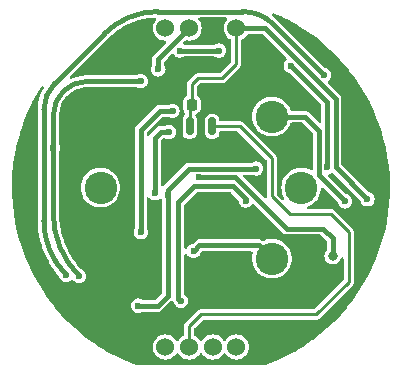
<source format=gbr>
%TF.GenerationSoftware,KiCad,Pcbnew,8.0.4*%
%TF.CreationDate,2024-09-03T19:15:54+05:30*%
%TF.ProjectId,OGS_B4_ISB1,4f47535f-4234-45f4-9953-42312e6b6963,rev?*%
%TF.SameCoordinates,Original*%
%TF.FileFunction,Copper,L2,Bot*%
%TF.FilePolarity,Positive*%
%FSLAX46Y46*%
G04 Gerber Fmt 4.6, Leading zero omitted, Abs format (unit mm)*
G04 Created by KiCad (PCBNEW 8.0.4) date 2024-09-03 19:15:54*
%MOMM*%
%LPD*%
G01*
G04 APERTURE LIST*
G04 Aperture macros list*
%AMRoundRect*
0 Rectangle with rounded corners*
0 $1 Rounding radius*
0 $2 $3 $4 $5 $6 $7 $8 $9 X,Y pos of 4 corners*
0 Add a 4 corners polygon primitive as box body*
4,1,4,$2,$3,$4,$5,$6,$7,$8,$9,$2,$3,0*
0 Add four circle primitives for the rounded corners*
1,1,$1+$1,$2,$3*
1,1,$1+$1,$4,$5*
1,1,$1+$1,$6,$7*
1,1,$1+$1,$8,$9*
0 Add four rect primitives between the rounded corners*
20,1,$1+$1,$2,$3,$4,$5,0*
20,1,$1+$1,$4,$5,$6,$7,0*
20,1,$1+$1,$6,$7,$8,$9,0*
20,1,$1+$1,$8,$9,$2,$3,0*%
G04 Aperture macros list end*
%TA.AperFunction,ComponentPad*%
%ADD10C,1.524000*%
%TD*%
%TA.AperFunction,SMDPad,CuDef*%
%ADD11RoundRect,0.225000X0.225000X0.250000X-0.225000X0.250000X-0.225000X-0.250000X0.225000X-0.250000X0*%
%TD*%
%TA.AperFunction,ComponentPad*%
%ADD12C,2.750000*%
%TD*%
%TA.AperFunction,SMDPad,CuDef*%
%ADD13RoundRect,0.150000X-0.150000X0.587500X-0.150000X-0.587500X0.150000X-0.587500X0.150000X0.587500X0*%
%TD*%
%TA.AperFunction,ViaPad*%
%ADD14C,0.600000*%
%TD*%
%TA.AperFunction,ViaPad*%
%ADD15C,0.800000*%
%TD*%
%TA.AperFunction,Conductor*%
%ADD16C,0.400000*%
%TD*%
%TA.AperFunction,Conductor*%
%ADD17C,0.250000*%
%TD*%
G04 APERTURE END LIST*
D10*
%TO.P,U5,7,+5V*%
%TO.N,VCC*%
X3000000Y13500000D03*
%TO.P,U5,8,GND*%
%TO.N,GNDA*%
X1000000Y13500000D03*
%TO.P,U5,9,W*%
%TO.N,O{slash}P1*%
X-1000000Y13500000D03*
%TO.P,U5,10,A*%
%TO.N,O{slash}P2*%
X-3000000Y13500000D03*
%TO.P,U5,11,3V3*%
%TO.N,+3V3*%
X3000000Y-13500000D03*
%TO.P,U5,12,GND*%
%TO.N,GND*%
X1000000Y-13500000D03*
%TO.P,U5,13,SCL*%
%TO.N,TEMP*%
X-1000000Y-13500000D03*
%TO.P,U5,14,SDA*%
%TO.N,unconnected-(U5-SDA-Pad14)*%
X-3000000Y-13500000D03*
%TD*%
D11*
%TO.P,C10,1*%
%TO.N,GNDA*%
X775000Y7000000D03*
%TO.P,C10,2*%
%TO.N,VCC*%
X-775000Y7000000D03*
%TD*%
D12*
%TO.P,SN1,1,AE*%
%TO.N,Net-(SN1-AE)*%
X-8500000Y0D03*
%TO.P,SN1,2,RE*%
%TO.N,Net-(SN1-RE)*%
X6010408Y6010408D03*
%TO.P,SN1,3,WE*%
%TO.N,Net-(SN1-WE)*%
X8500000Y0D03*
%TO.P,SN1,4,CE*%
%TO.N,Net-(SN1-CE)*%
X6010408Y-6010408D03*
%TD*%
D13*
%TO.P,U6,1,V_{DD}*%
%TO.N,VCC*%
X-950000Y5187500D03*
%TO.P,U6,2,V_{OUT}*%
%TO.N,TEMP*%
X950000Y5187500D03*
%TO.P,U6,3,GND*%
%TO.N,GNDA*%
X0Y3312500D03*
%TD*%
D14*
%TO.N,Net-(SN1-CE)*%
X-625000Y-5400000D03*
%TO.N,Net-(C1-Pad2)*%
X-5100000Y-3800000D03*
X-2400000Y6500000D03*
%TO.N,Net-(SN1-RE)*%
X12200000Y-1174500D03*
%TO.N,Net-(C4-Pad1)*%
X-1800000Y11600000D03*
X1524500Y11600000D03*
%TO.N,Net-(U4B--)*%
X-10300000Y-7500000D03*
X-12500000Y3360000D03*
X-5100000Y9000000D03*
%TO.N,Net-(C7-Pad2)*%
X10700000Y1700000D03*
X7600000Y10300000D03*
%TO.N,GNDA*%
X4400000Y8200000D03*
X6600000Y-8300000D03*
D15*
X-15000000Y-500000D03*
D14*
X6100000Y10100000D03*
X-1100000Y-7500000D03*
X4800000Y-3800000D03*
X-1850000Y9300000D03*
X3700000Y9800000D03*
D15*
X5750000Y-13750000D03*
D14*
X-900000Y-1800000D03*
X10300000Y-7000000D03*
X5500000Y-3800000D03*
X2000000Y-3900000D03*
D15*
X-15000000Y2000000D03*
D14*
X-7300000Y11000000D03*
D15*
X-11200000Y7400000D03*
X-14750000Y3500000D03*
D14*
X7700000Y4800000D03*
X-7300000Y11700000D03*
X-4900000Y12600000D03*
X-4200000Y12600000D03*
X-900000Y-3200000D03*
X8900000Y-7400000D03*
X-11440000Y1270000D03*
X3700000Y8800000D03*
X-900000Y-2500000D03*
D15*
X5750000Y-12000000D03*
X-11250000Y3750000D03*
D14*
X9600000Y-7000000D03*
D15*
X-11200000Y6400000D03*
D14*
X14000000Y6300000D03*
D15*
X6250000Y-9500000D03*
X5500000Y-8750000D03*
D14*
X8200000Y-7400000D03*
%TO.N,VPOT1*%
X-11400000Y-7400000D03*
X10432122Y9532122D03*
%TO.N,Net-(R19B0-Pad2)*%
X-3900000Y-500000D03*
X-2700000Y4700000D03*
%TO.N,VCC*%
X14100000Y-1000000D03*
D15*
%TO.N,+6V*%
X11160000Y-5790000D03*
D14*
X-200000Y900000D03*
%TO.N,O{slash}P1*%
X-3600000Y10000000D03*
%TO.N,VMID*%
X4683131Y1607845D03*
X-5300000Y-10000000D03*
X-2811376Y-668563D03*
%TO.N,VCE*%
X-1700000Y-9600000D03*
X3800000Y-1099500D03*
%TD*%
D16*
%TO.N,Net-(SN1-CE)*%
X4900000Y-4900000D02*
X6010408Y-6010408D01*
X-125000Y-4900000D02*
X4900000Y-4900000D01*
X-625000Y-5400000D02*
X-125000Y-4900000D01*
%TO.N,Net-(C1-Pad2)*%
X-5100000Y4900000D02*
X-5100000Y-3800000D01*
X-3500000Y6500000D02*
X-5100000Y4900000D01*
X-5100000Y-3700000D02*
X-5100000Y-3800000D01*
X-5200000Y-3800000D02*
X-5100000Y-3700000D01*
X-5100000Y-3800000D02*
X-5200000Y-3800000D01*
X-2400000Y6500000D02*
X-3500000Y6500000D01*
%TO.N,Net-(SN1-RE)*%
X10000000Y1025500D02*
X12200000Y-1174500D01*
X6010408Y6010408D02*
X8789592Y6010408D01*
X10000000Y4800000D02*
X10000000Y1025500D01*
X8789592Y6010408D02*
X10000000Y4800000D01*
%TO.N,Net-(C4-Pad1)*%
X-1800000Y11600000D02*
X1524500Y11600000D01*
%TO.N,Net-(U4B--)*%
X-9600000Y9000000D02*
X-5100000Y9000000D01*
X-12500000Y-2188731D02*
X-12500000Y6100000D01*
X-10300000Y-7500000D02*
G75*
G02*
X-12500012Y-2188731I5311300J5311300D01*
G01*
X-12500000Y6100000D02*
G75*
G02*
X-9600000Y9000000I2900000J0D01*
G01*
%TO.N,Net-(C7-Pad2)*%
X10700000Y7200000D02*
X7600000Y10300000D01*
X10700000Y1700000D02*
X10700000Y7200000D01*
%TO.N,VPOT1*%
X10432122Y9532122D02*
X6170331Y13793912D01*
X-12334315Y8865686D02*
X-8900000Y12300000D01*
X-12380760Y8819240D02*
X-12334315Y8865686D01*
X-13300000Y-2812995D02*
X-13300000Y6600000D01*
X3500001Y14900000D02*
X-3627208Y14900000D01*
X-8900000Y12300000D02*
X-8189950Y13010050D01*
X-11400000Y-7400000D02*
G75*
G02*
X-13299998Y-2812995I4587000J4587000D01*
G01*
X-13300000Y6600000D02*
G75*
G02*
X-12380765Y8819245I3138500J0D01*
G01*
X6170331Y13793912D02*
G75*
G03*
X3500001Y14900005I-2670331J-2670312D01*
G01*
X-8189950Y13010050D02*
G75*
G02*
X-3627208Y14900003I4562750J-4562750D01*
G01*
%TO.N,Net-(R19B0-Pad2)*%
X-3400000Y4700000D02*
X-2700000Y4700000D01*
X-3900000Y4200000D02*
X-3400000Y4700000D01*
X-3900000Y-500000D02*
X-3900000Y4200000D01*
D17*
%TO.N,VCC*%
X-775000Y7000000D02*
X-775000Y8725000D01*
X-950000Y5187500D02*
X-950000Y6825000D01*
D16*
X5400000Y13500000D02*
X3000000Y13500000D01*
X11400000Y1700000D02*
X11400000Y7500000D01*
D17*
X1750000Y9250000D02*
X3000000Y10500000D01*
X-950000Y6825000D02*
X-775000Y7000000D01*
D16*
X11400000Y7500000D02*
X5400000Y13500000D01*
D17*
X-775000Y8725000D02*
X-250000Y9250000D01*
X3000000Y10500000D02*
X3000000Y13500000D01*
X-250000Y9250000D02*
X1750000Y9250000D01*
D16*
X14100000Y-1000000D02*
X11400000Y1700000D01*
%TO.N,+6V*%
X11160000Y-5790000D02*
X11160000Y-4280000D01*
X10350000Y-3470000D02*
X7260000Y-3470000D01*
X11160000Y-4280000D02*
X10350000Y-3470000D01*
X7260000Y-3470000D02*
X2890000Y900000D01*
X2890000Y900000D02*
X-200000Y900000D01*
%TO.N,O{slash}P1*%
X-3600000Y10900000D02*
X-1000000Y13500000D01*
X-3600000Y10000000D02*
X-3600000Y10900000D01*
D17*
%TO.N,TEMP*%
X11000000Y-2250000D02*
X12500000Y-3750000D01*
X7500000Y-2250000D02*
X11000000Y-2250000D01*
X3312500Y5187500D02*
X6000000Y2500000D01*
X12500000Y-3750000D02*
X12500000Y-8000000D01*
X12500000Y-8000000D02*
X9750000Y-10750000D01*
X9750000Y-10750000D02*
X0Y-10750000D01*
X0Y-10750000D02*
X-1000000Y-11750000D01*
X-1000000Y-11750000D02*
X-1000000Y-13500000D01*
X6000000Y-750000D02*
X7500000Y-2250000D01*
X950000Y5187500D02*
X3312500Y5187500D01*
X6000000Y2500000D02*
X6000000Y-750000D01*
D16*
%TO.N,VMID*%
X-1000000Y1600000D02*
X-2800000Y-200000D01*
X-2800000Y-657187D02*
X-2811376Y-668563D01*
X4675286Y1600000D02*
X-1000000Y1600000D01*
X4683131Y1607845D02*
X4675286Y1600000D01*
X-2800000Y-9150000D02*
X-3650000Y-10000000D01*
X-3650000Y-10000000D02*
X-5300000Y-10000000D01*
X-2800000Y-200000D02*
X-2800000Y-657187D01*
X-2811376Y-668563D02*
X-2800000Y-679939D01*
X-2800000Y-679939D02*
X-2800000Y-9150000D01*
%TO.N,VCE*%
X-1700000Y-9600000D02*
X-1900000Y-9400000D01*
X-1900000Y-1200000D02*
X-600000Y100000D01*
X-600000Y100000D02*
X2700000Y100000D01*
X3800000Y-1000000D02*
X3800000Y-1099500D01*
X2700000Y100000D02*
X3800000Y-1000000D01*
X-1900000Y-9400000D02*
X-1900000Y-1200000D01*
%TD*%
%TA.AperFunction,Conductor*%
%TO.N,GNDA*%
G36*
X6199382Y14751225D02*
G01*
X6205298Y14749061D01*
X6247767Y14732270D01*
X6249092Y14731735D01*
X6251531Y14730736D01*
X6253931Y14729752D01*
X6256730Y14728564D01*
X6261643Y14726405D01*
X6262960Y14725815D01*
X6979065Y14400240D01*
X6980447Y14399601D01*
X6985222Y14397357D01*
X6988004Y14396007D01*
X6992626Y14393693D01*
X6993940Y14393025D01*
X7450746Y14156996D01*
X7692900Y14031877D01*
X7694270Y14031158D01*
X7698840Y14028724D01*
X7701587Y14027216D01*
X7706114Y14024656D01*
X7707437Y14023898D01*
X8218227Y13726595D01*
X8387316Y13628177D01*
X8388656Y13627385D01*
X8393127Y13624707D01*
X8395756Y13623088D01*
X8400192Y13620277D01*
X8401432Y13619480D01*
X9060626Y13190123D01*
X9061926Y13189264D01*
X9066227Y13186385D01*
X9068756Y13184647D01*
X9073107Y13181574D01*
X9074306Y13180715D01*
X9711121Y12718821D01*
X9712365Y12717907D01*
X9716494Y12714833D01*
X9718987Y12712928D01*
X9723063Y12709730D01*
X9724271Y12708770D01*
X10337085Y12215520D01*
X10338290Y12214537D01*
X10342302Y12211224D01*
X10344677Y12209213D01*
X10348597Y12205807D01*
X10349766Y12204778D01*
X10937034Y11681419D01*
X10938190Y11680375D01*
X10942037Y11676859D01*
X10944308Y11674731D01*
X10948038Y11671146D01*
X10949153Y11670061D01*
X11509440Y11117872D01*
X11510557Y11116757D01*
X11514203Y11113071D01*
X11516337Y11110859D01*
X11519912Y11107061D01*
X11520983Y11105909D01*
X11779574Y10824108D01*
X12052841Y10526315D01*
X12053845Y10525207D01*
X12057347Y10521294D01*
X12059402Y10518938D01*
X12062738Y10515015D01*
X12063730Y10513834D01*
X12565897Y9908205D01*
X12566821Y9907076D01*
X12570136Y9902976D01*
X12572046Y9900551D01*
X12575243Y9896384D01*
X12576168Y9895162D01*
X12871285Y9500500D01*
X13009778Y9315291D01*
X13047194Y9265255D01*
X13048125Y9263993D01*
X13051228Y9259732D01*
X13053007Y9257225D01*
X13055999Y9252894D01*
X13056847Y9251648D01*
X13495722Y8598822D01*
X13496590Y8597514D01*
X13499439Y8593158D01*
X13501098Y8590551D01*
X13503831Y8586136D01*
X13504646Y8584800D01*
X13910196Y7910795D01*
X13910982Y7909470D01*
X13913624Y7904953D01*
X13915139Y7902288D01*
X13917687Y7897668D01*
X13918420Y7896317D01*
X14289617Y7202849D01*
X14290346Y7201468D01*
X14292782Y7196776D01*
X14294171Y7194017D01*
X14296440Y7189367D01*
X14297121Y7187948D01*
X14626770Y6490024D01*
X14633080Y6476666D01*
X14633729Y6475270D01*
X14635894Y6470535D01*
X14637170Y6467647D01*
X14639228Y6462825D01*
X14639819Y6461416D01*
X14939635Y5734242D01*
X14940222Y5732792D01*
X14942164Y5727908D01*
X14943277Y5725004D01*
X14945063Y5720162D01*
X14945591Y5718703D01*
X15208565Y4977324D01*
X15209077Y4975852D01*
X15210761Y4970908D01*
X15211726Y4967953D01*
X15213270Y4963018D01*
X15213726Y4961529D01*
X15439179Y4207850D01*
X15439616Y4206353D01*
X15441038Y4201372D01*
X15441849Y4198391D01*
X15443162Y4193316D01*
X15443547Y4191788D01*
X15630870Y3427845D01*
X15631232Y3426330D01*
X15632413Y3421238D01*
X15633079Y3418190D01*
X15634128Y3413087D01*
X15634430Y3411569D01*
X15783181Y2639203D01*
X15783466Y2637676D01*
X15784399Y2632482D01*
X15784912Y2629401D01*
X15785689Y2624347D01*
X15785915Y2622816D01*
X15895750Y1843756D01*
X15895959Y1842204D01*
X15896609Y1837131D01*
X15896964Y1834053D01*
X15897495Y1828888D01*
X15897645Y1827334D01*
X15968240Y1043817D01*
X15968370Y1042268D01*
X15968770Y1037105D01*
X15968971Y1034006D01*
X15969240Y1028865D01*
X15969312Y1027302D01*
X16000504Y241158D01*
X16000555Y239602D01*
X16000693Y234511D01*
X16000739Y231410D01*
X16000750Y226153D01*
X16000743Y224586D01*
X15992447Y-561997D01*
X15992422Y-563523D01*
X15992304Y-568685D01*
X15992191Y-571836D01*
X15991938Y-577072D01*
X15991854Y-578615D01*
X15944104Y-1363724D01*
X15944000Y-1365279D01*
X15943615Y-1370521D01*
X15943349Y-1373610D01*
X15942842Y-1378750D01*
X15942679Y-1380307D01*
X15855581Y-2162125D01*
X15855397Y-2163680D01*
X15854751Y-2168881D01*
X15854336Y-2171910D01*
X15853699Y-2176174D01*
X15853566Y-2177063D01*
X15853326Y-2178595D01*
X15727114Y-2955005D01*
X15726855Y-2956541D01*
X15725946Y-2961721D01*
X15725373Y-2964761D01*
X15724361Y-2969788D01*
X15724041Y-2971329D01*
X15558999Y-3740561D01*
X15558662Y-3742083D01*
X15557526Y-3747071D01*
X15556799Y-3750091D01*
X15555512Y-3755153D01*
X15555118Y-3756662D01*
X15351710Y-4516548D01*
X15351298Y-4518050D01*
X15349887Y-4523068D01*
X15349012Y-4526036D01*
X15347484Y-4530992D01*
X15347011Y-4532492D01*
X15105722Y-5281229D01*
X15105235Y-5282708D01*
X15103579Y-5287634D01*
X15102546Y-5290582D01*
X15100786Y-5295411D01*
X15100249Y-5296858D01*
X14821685Y-6032569D01*
X14821118Y-6034037D01*
X14819218Y-6038869D01*
X14818052Y-6041731D01*
X14816020Y-6046543D01*
X14815403Y-6047977D01*
X14500288Y-6768742D01*
X14499649Y-6770179D01*
X14497521Y-6774883D01*
X14496208Y-6777693D01*
X14493953Y-6782363D01*
X14493270Y-6783755D01*
X14142368Y-7487834D01*
X14141658Y-7489235D01*
X14139283Y-7493853D01*
X14137831Y-7496592D01*
X14135331Y-7501168D01*
X14134577Y-7502527D01*
X13748809Y-8188070D01*
X13748034Y-8189427D01*
X13745448Y-8193890D01*
X13743853Y-8196566D01*
X13741142Y-8200985D01*
X13740325Y-8202299D01*
X13320586Y-8867708D01*
X13319751Y-8869013D01*
X13316946Y-8873339D01*
X13315212Y-8875940D01*
X13312307Y-8880182D01*
X13311424Y-8881455D01*
X12858850Y-9524924D01*
X12857955Y-9526180D01*
X12854915Y-9530390D01*
X12853043Y-9532914D01*
X12849897Y-9537046D01*
X12848956Y-9538266D01*
X12364713Y-10158152D01*
X12363749Y-10159370D01*
X12360457Y-10163477D01*
X12358476Y-10165886D01*
X12355177Y-10169796D01*
X12354169Y-10170976D01*
X11839388Y-10765830D01*
X11838351Y-10767012D01*
X11834869Y-10770934D01*
X11832797Y-10773210D01*
X11829290Y-10776968D01*
X11828209Y-10778113D01*
X11284215Y-11346396D01*
X11283122Y-11347523D01*
X11279503Y-11351209D01*
X11277295Y-11353403D01*
X11273532Y-11357048D01*
X11272417Y-11358114D01*
X10700631Y-11898349D01*
X10699503Y-11899402D01*
X10695705Y-11902902D01*
X10693371Y-11904998D01*
X10689474Y-11908411D01*
X10688306Y-11909422D01*
X10090080Y-12420326D01*
X10088906Y-12421316D01*
X10084934Y-12424624D01*
X10082500Y-12426599D01*
X10078435Y-12429814D01*
X10077210Y-12430771D01*
X9454145Y-12910977D01*
X9452910Y-12911916D01*
X9448734Y-12915052D01*
X9446217Y-12916894D01*
X9442021Y-12919883D01*
X9440749Y-12920776D01*
X8794329Y-13369142D01*
X8793042Y-13370024D01*
X8788754Y-13372919D01*
X8786151Y-13374629D01*
X8781786Y-13377419D01*
X8780474Y-13378245D01*
X8112375Y-13793605D01*
X8111042Y-13794422D01*
X8106639Y-13797083D01*
X8103973Y-13798650D01*
X8099390Y-13801266D01*
X8098023Y-13802035D01*
X7700433Y-14022361D01*
X7409964Y-14183325D01*
X7408733Y-14183997D01*
X7404055Y-14186513D01*
X7401327Y-14187936D01*
X7396652Y-14190301D01*
X7395262Y-14190993D01*
X6688952Y-14537267D01*
X6687575Y-14537931D01*
X6682878Y-14540162D01*
X6680051Y-14541461D01*
X6675231Y-14543602D01*
X6673823Y-14544217D01*
X5950146Y-14854991D01*
X5948890Y-14855522D01*
X5944628Y-14857297D01*
X5942110Y-14858314D01*
X5937954Y-14859939D01*
X5936676Y-14860431D01*
X5624312Y-14978604D01*
X5613660Y-14982092D01*
X5577696Y-14992094D01*
X5555670Y-14996121D01*
X5529149Y-14998525D01*
X5518503Y-14999491D01*
X5507308Y-14999998D01*
X-5507308Y-14999998D01*
X-5518505Y-14999491D01*
X-5524645Y-14998934D01*
X-5555670Y-14996121D01*
X-5577697Y-14992094D01*
X-5613661Y-14982092D01*
X-5624313Y-14978604D01*
X-5936677Y-14860431D01*
X-5937881Y-14859967D01*
X-5942127Y-14858307D01*
X-5944629Y-14857297D01*
X-5948891Y-14855522D01*
X-5950147Y-14854991D01*
X-6673824Y-14544217D01*
X-6675232Y-14543602D01*
X-6680052Y-14541461D01*
X-6682850Y-14540176D01*
X-6687635Y-14537903D01*
X-6688953Y-14537267D01*
X-7395263Y-14190993D01*
X-7396653Y-14190301D01*
X-7401328Y-14187936D01*
X-7404024Y-14186530D01*
X-7408800Y-14183961D01*
X-7409897Y-14183362D01*
X-8098042Y-13802025D01*
X-8099391Y-13801266D01*
X-8103974Y-13798650D01*
X-8106640Y-13797083D01*
X-8111043Y-13794422D01*
X-8112376Y-13793605D01*
X-8780475Y-13378245D01*
X-8781787Y-13377419D01*
X-8784115Y-13375931D01*
X-8786172Y-13374616D01*
X-8788720Y-13372942D01*
X-8793138Y-13369959D01*
X-8794330Y-13369142D01*
X-9440750Y-12920776D01*
X-9442022Y-12919883D01*
X-9446241Y-12916877D01*
X-9448735Y-12915052D01*
X-9452911Y-12911916D01*
X-9454146Y-12910977D01*
X-10054397Y-12448354D01*
X-10077228Y-12430757D01*
X-10078436Y-12429814D01*
X-10082501Y-12426599D01*
X-10084885Y-12424664D01*
X-10088907Y-12421316D01*
X-10090081Y-12420326D01*
X-10688307Y-11909422D01*
X-10689475Y-11908411D01*
X-10693372Y-11904998D01*
X-10695686Y-11902920D01*
X-10699518Y-11899389D01*
X-10700632Y-11898349D01*
X-11272418Y-11358114D01*
X-11273533Y-11357048D01*
X-11277296Y-11353403D01*
X-11279504Y-11351209D01*
X-11283123Y-11347523D01*
X-11284168Y-11346446D01*
X-11828210Y-10778113D01*
X-11829291Y-10776968D01*
X-11832798Y-10773210D01*
X-11834870Y-10770934D01*
X-11838352Y-10767012D01*
X-11839389Y-10765830D01*
X-12341996Y-10185044D01*
X-12354178Y-10170967D01*
X-12355132Y-10169850D01*
X-12358491Y-10165869D01*
X-12360458Y-10163477D01*
X-12363750Y-10159370D01*
X-12364714Y-10158152D01*
X-12466375Y-10028014D01*
X-12848981Y-9538235D01*
X-12849898Y-9537046D01*
X-12853069Y-9532881D01*
X-12854887Y-9530429D01*
X-12857956Y-9526180D01*
X-12858851Y-9524924D01*
X-13107274Y-9171716D01*
X-13311455Y-8881413D01*
X-13312264Y-8880245D01*
X-13315254Y-8875878D01*
X-13316898Y-8873413D01*
X-13319833Y-8868886D01*
X-13320539Y-8867784D01*
X-13740326Y-8202299D01*
X-13741143Y-8200985D01*
X-13743854Y-8196566D01*
X-13745449Y-8193890D01*
X-13748076Y-8189355D01*
X-13748774Y-8188134D01*
X-14134602Y-7502483D01*
X-14135332Y-7501168D01*
X-14137850Y-7496559D01*
X-14139284Y-7493853D01*
X-14141659Y-7489235D01*
X-14142333Y-7487906D01*
X-14493271Y-6783755D01*
X-14493954Y-6782363D01*
X-14496227Y-6777656D01*
X-14497522Y-6774883D01*
X-14499690Y-6770089D01*
X-14500289Y-6768742D01*
X-14815404Y-6047977D01*
X-14816021Y-6046543D01*
X-14818053Y-6041731D01*
X-14819219Y-6038869D01*
X-14821119Y-6034037D01*
X-14821656Y-6032647D01*
X-15093041Y-5315898D01*
X-15100250Y-5296858D01*
X-15100787Y-5295411D01*
X-15102547Y-5290582D01*
X-15103580Y-5287634D01*
X-15105272Y-5282599D01*
X-15105690Y-5281331D01*
X-15347049Y-4532377D01*
X-15347442Y-4531128D01*
X-15349029Y-4525985D01*
X-15349872Y-4523122D01*
X-15351310Y-4518010D01*
X-15351711Y-4516548D01*
X-15369258Y-4450995D01*
X-15555139Y-3756587D01*
X-15555486Y-3755259D01*
X-15556807Y-3750063D01*
X-15557527Y-3747071D01*
X-15558663Y-3742083D01*
X-15559000Y-3740561D01*
X-15560386Y-3734102D01*
X-15724068Y-2971207D01*
X-15724329Y-2969951D01*
X-15725380Y-2964730D01*
X-15725947Y-2961721D01*
X-15726870Y-2956461D01*
X-15727115Y-2955005D01*
X-15727959Y-2949815D01*
X-15853328Y-2178593D01*
X-15853548Y-2177185D01*
X-15854349Y-2171832D01*
X-15854752Y-2168881D01*
X-15855398Y-2163680D01*
X-15855567Y-2162252D01*
X-15942694Y-1380174D01*
X-15942833Y-1378852D01*
X-15943351Y-1373605D01*
X-15943616Y-1370521D01*
X-15944001Y-1365279D01*
X-15944097Y-1363849D01*
X-15991858Y-578564D01*
X-15991939Y-577072D01*
X-15992192Y-571836D01*
X-15992302Y-568784D01*
X-15992425Y-563424D01*
X-15992448Y-561997D01*
X-15994367Y-380038D01*
X-16000745Y224684D01*
X-16000751Y226063D01*
X-16000740Y231471D01*
X-16000695Y234445D01*
X-16000552Y239744D01*
X-16000509Y241046D01*
X-15969308Y1027427D01*
X-15969251Y1028669D01*
X-15968968Y1034077D01*
X-15968776Y1037032D01*
X-15968356Y1042458D01*
X-15968252Y1043695D01*
X-15897640Y1827401D01*
X-15897506Y1828786D01*
X-15896960Y1834098D01*
X-15896623Y1837024D01*
X-15895932Y1842414D01*
X-15895751Y1843756D01*
X-15785893Y2622974D01*
X-15785723Y2624125D01*
X-15784897Y2629501D01*
X-15784414Y2632402D01*
X-15783447Y2637784D01*
X-15783204Y2639087D01*
X-15634412Y3411668D01*
X-15634129Y3413087D01*
X-15633080Y3418190D01*
X-15632426Y3421188D01*
X-15631191Y3426507D01*
X-15630910Y3427683D01*
X-15443517Y4191912D01*
X-15443163Y4193316D01*
X-15441850Y4198391D01*
X-15441039Y4201372D01*
X-15439617Y4206353D01*
X-15439208Y4207758D01*
X-15213705Y4961604D01*
X-15213271Y4963018D01*
X-15211727Y4967953D01*
X-15210762Y4970908D01*
X-15209078Y4975852D01*
X-15208566Y4977324D01*
X-15177849Y5063920D01*
X-14945576Y5718748D01*
X-14945064Y5720162D01*
X-14943278Y5725004D01*
X-14942165Y5727908D01*
X-14940223Y5732792D01*
X-14939687Y5734117D01*
X-14639807Y6461450D01*
X-14639229Y6462825D01*
X-14638616Y6464264D01*
X-14637150Y6467695D01*
X-14635930Y6470458D01*
X-14633664Y6475413D01*
X-14633156Y6476507D01*
X-14297066Y7188067D01*
X-14296517Y7189210D01*
X-14294155Y7194053D01*
X-14292783Y7196776D01*
X-14290347Y7201468D01*
X-14289618Y7202849D01*
X-13918378Y7896398D01*
X-13917776Y7897508D01*
X-13915107Y7902347D01*
X-13913657Y7904898D01*
X-13910983Y7909470D01*
X-13910197Y7910795D01*
X-13533282Y8537210D01*
X-13481853Y8584502D01*
X-13413018Y8596483D01*
X-13348633Y8569348D01*
X-13309140Y8511710D01*
X-13307077Y8441871D01*
X-13317676Y8414825D01*
X-13455085Y8157749D01*
X-13455095Y8157728D01*
X-13591912Y7827420D01*
X-13695705Y7485257D01*
X-13695708Y7485246D01*
X-13765456Y7134593D01*
X-13783550Y6950874D01*
X-13798129Y6802840D01*
X-13800500Y6778769D01*
X-13800500Y-2887130D01*
X-13800497Y-2887175D01*
X-13800497Y-3062556D01*
X-13764891Y-3560401D01*
X-13693859Y-4054445D01*
X-13587767Y-4542144D01*
X-13587764Y-4542154D01*
X-13492209Y-4867583D01*
X-13447146Y-5021053D01*
X-13417287Y-5101109D01*
X-13272720Y-5488709D01*
X-13272718Y-5488712D01*
X-13065388Y-5942704D01*
X-13065384Y-5942711D01*
X-12891678Y-6260829D01*
X-12826179Y-6380782D01*
X-12668988Y-6625375D01*
X-12556336Y-6800666D01*
X-12556332Y-6800671D01*
X-12257227Y-7200231D01*
X-12015998Y-7478624D01*
X-11986973Y-7542180D01*
X-11986772Y-7543638D01*
X-11985044Y-7556762D01*
X-11924536Y-7702841D01*
X-11828282Y-7828282D01*
X-11702841Y-7924536D01*
X-11556762Y-7985044D01*
X-11478381Y-7995363D01*
X-11400001Y-8005682D01*
X-11400000Y-8005682D01*
X-11399999Y-8005682D01*
X-11347746Y-7998802D01*
X-11243238Y-7985044D01*
X-11097159Y-7924536D01*
X-10971718Y-7828282D01*
X-10971716Y-7828279D01*
X-10965271Y-7823334D01*
X-10963049Y-7826230D01*
X-10916721Y-7800600D01*
X-10847003Y-7805200D01*
X-10791319Y-7846132D01*
X-10728285Y-7928279D01*
X-10728284Y-7928280D01*
X-10728282Y-7928282D01*
X-10602841Y-8024536D01*
X-10456762Y-8085044D01*
X-10378381Y-8095363D01*
X-10300001Y-8105682D01*
X-10300000Y-8105682D01*
X-10299999Y-8105682D01*
X-10247746Y-8098802D01*
X-10143238Y-8085044D01*
X-9997159Y-8024536D01*
X-9871718Y-7928282D01*
X-9775464Y-7802841D01*
X-9714956Y-7656762D01*
X-9694318Y-7500000D01*
X-9694767Y-7496592D01*
X-9714956Y-7343239D01*
X-9714956Y-7343238D01*
X-9775464Y-7197159D01*
X-9871718Y-7071718D01*
X-9997159Y-6975464D01*
X-9997161Y-6975463D01*
X-10147698Y-6913108D01*
X-10191000Y-6883043D01*
X-10284105Y-6783041D01*
X-10289901Y-6776351D01*
X-10598359Y-6393579D01*
X-10603664Y-6386493D01*
X-10843037Y-6041731D01*
X-10884038Y-5982680D01*
X-10888822Y-5975236D01*
X-10976014Y-5828282D01*
X-11139682Y-5552435D01*
X-11143921Y-5544671D01*
X-11158687Y-5515172D01*
X-11363981Y-5105049D01*
X-11367642Y-5097032D01*
X-11555787Y-4642813D01*
X-11558873Y-4634537D01*
X-11585243Y-4555309D01*
X-11714122Y-4168092D01*
X-11716616Y-4159599D01*
X-11731103Y-4102839D01*
X-11838198Y-3683252D01*
X-11840071Y-3674645D01*
X-11927367Y-3190804D01*
X-11928624Y-3182051D01*
X-11940725Y-3069500D01*
X-11981174Y-2693278D01*
X-11981805Y-2684453D01*
X-11982114Y-2675816D01*
X-11999421Y-2191275D01*
X-11999500Y-2186849D01*
X-11999500Y5D01*
X-10180198Y5D01*
X-10180198Y-4D01*
X-10161433Y-250419D01*
X-10105555Y-495235D01*
X-10105552Y-495247D01*
X-10105550Y-495252D01*
X-10013806Y-729011D01*
X-10013807Y-729011D01*
X-9946030Y-846402D01*
X-9888245Y-946489D01*
X-9763805Y-1102531D01*
X-9731669Y-1142829D01*
X-9609416Y-1256262D01*
X-9547586Y-1313632D01*
X-9340099Y-1455094D01*
X-9340094Y-1455096D01*
X-9340093Y-1455097D01*
X-9340092Y-1455098D01*
X-9293903Y-1477341D01*
X-9113849Y-1564050D01*
X-9113848Y-1564050D01*
X-9113845Y-1564052D01*
X-8873879Y-1638072D01*
X-8625561Y-1675500D01*
X-8625560Y-1675500D01*
X-8374440Y-1675500D01*
X-8374439Y-1675500D01*
X-8126121Y-1638072D01*
X-7886155Y-1564052D01*
X-7659901Y-1455094D01*
X-7452414Y-1313632D01*
X-7302467Y-1174501D01*
X-7268332Y-1142829D01*
X-7268332Y-1142827D01*
X-7268328Y-1142825D01*
X-7111755Y-946489D01*
X-6986194Y-729011D01*
X-6894448Y-495247D01*
X-6838568Y-250421D01*
X-6824540Y-63231D01*
X-6819802Y-4D01*
X-6819802Y5D01*
X-6837768Y239744D01*
X-6838568Y250421D01*
X-6894448Y495247D01*
X-6986194Y729011D01*
X-6986195Y729012D01*
X-6986194Y729012D01*
X-7084915Y900000D01*
X-7111755Y946489D01*
X-7268328Y1142825D01*
X-7268329Y1142826D01*
X-7268332Y1142830D01*
X-7452414Y1313632D01*
X-7500501Y1346417D01*
X-7659901Y1455094D01*
X-7659905Y1455096D01*
X-7659908Y1455098D01*
X-7659909Y1455099D01*
X-7886153Y1564051D01*
X-7886151Y1564051D01*
X-8126113Y1638070D01*
X-8126117Y1638071D01*
X-8126121Y1638072D01*
X-8245568Y1656076D01*
X-8374434Y1675500D01*
X-8374439Y1675500D01*
X-8625561Y1675500D01*
X-8625567Y1675500D01*
X-8780208Y1652191D01*
X-8873879Y1638072D01*
X-8873882Y1638071D01*
X-8873888Y1638070D01*
X-9113849Y1564051D01*
X-9340092Y1455099D01*
X-9340093Y1455098D01*
X-9547587Y1313632D01*
X-9731669Y1142830D01*
X-9888245Y946489D01*
X-10013806Y729012D01*
X-10105550Y495253D01*
X-10105555Y495236D01*
X-10161433Y250420D01*
X-10180198Y5D01*
X-11999500Y5D01*
X-11999500Y2983743D01*
X-11979815Y3050782D01*
X-11976076Y3056100D01*
X-11975468Y3057155D01*
X-11975464Y3057159D01*
X-11914956Y3203238D01*
X-11894318Y3360000D01*
X-11902374Y3421188D01*
X-11914956Y3516761D01*
X-11914956Y3516762D01*
X-11975464Y3662841D01*
X-11975466Y3662844D01*
X-11979528Y3669881D01*
X-11977787Y3670887D01*
X-11999070Y3725943D01*
X-11999500Y3736258D01*
X-11999500Y6096250D01*
X-11999274Y6103737D01*
X-11998100Y6123149D01*
X-11982458Y6381745D01*
X-11980653Y6396606D01*
X-11967634Y6467647D01*
X-11931126Y6666871D01*
X-11927546Y6681392D01*
X-11845801Y6943719D01*
X-11840499Y6957702D01*
X-11727727Y7208272D01*
X-11720776Y7221517D01*
X-11578622Y7456667D01*
X-11570135Y7468963D01*
X-11400669Y7685271D01*
X-11390754Y7696462D01*
X-11196462Y7890754D01*
X-11185271Y7900669D01*
X-10968963Y8070135D01*
X-10956667Y8078622D01*
X-10721517Y8220776D01*
X-10708272Y8227727D01*
X-10457702Y8340499D01*
X-10443719Y8345801D01*
X-10181392Y8427546D01*
X-10166871Y8431126D01*
X-9896605Y8480654D01*
X-9881745Y8482458D01*
X-9603736Y8499274D01*
X-9596249Y8499500D01*
X-9534108Y8499500D01*
X-5476257Y8499500D01*
X-5409218Y8479815D01*
X-5403901Y8476076D01*
X-5402843Y8475466D01*
X-5402841Y8475464D01*
X-5402840Y8475464D01*
X-5402837Y8475462D01*
X-5329802Y8445210D01*
X-5256762Y8414956D01*
X-5178381Y8404637D01*
X-5100001Y8394318D01*
X-5100000Y8394318D01*
X-5099999Y8394318D01*
X-5047746Y8401198D01*
X-4943238Y8414956D01*
X-4797159Y8475464D01*
X-4671718Y8571718D01*
X-4575464Y8697159D01*
X-4514956Y8843238D01*
X-4496127Y8986260D01*
X-4494318Y8999999D01*
X-4494318Y9000002D01*
X-4514956Y9156761D01*
X-4514956Y9156762D01*
X-4575464Y9302841D01*
X-4671718Y9428282D01*
X-4797159Y9524536D01*
X-4815471Y9532121D01*
X-4943238Y9585044D01*
X-4943240Y9585045D01*
X-5099999Y9605682D01*
X-5100001Y9605682D01*
X-5256761Y9585045D01*
X-5256766Y9585043D01*
X-5402837Y9524539D01*
X-5409876Y9520474D01*
X-5410883Y9522217D01*
X-5465932Y9500931D01*
X-5476257Y9500500D01*
X-9534108Y9500500D01*
X-9600000Y9500500D01*
X-9778213Y9500500D01*
X-9955449Y9481872D01*
X-10132689Y9463244D01*
X-10132690Y9463243D01*
X-10481318Y9389141D01*
X-10481319Y9389140D01*
X-10820296Y9279000D01*
X-10917301Y9235811D01*
X-10986552Y9226527D01*
X-11049828Y9256156D01*
X-11087041Y9315291D01*
X-11086375Y9385158D01*
X-11055419Y9436770D01*
X-8602896Y11889292D01*
X-8602891Y11889296D01*
X-8592688Y11899500D01*
X-8592686Y11899500D01*
X-7837622Y12654565D01*
X-7834488Y12657590D01*
X-7528287Y12942675D01*
X-7521638Y12948436D01*
X-7197661Y13209512D01*
X-7190581Y13214811D01*
X-6848820Y13452101D01*
X-6841423Y13456855D01*
X-6483574Y13669176D01*
X-6475850Y13673393D01*
X-6198734Y13812108D01*
X-6103794Y13859631D01*
X-6095743Y13863308D01*
X-5711360Y14022526D01*
X-5703088Y14025610D01*
X-5308325Y14157001D01*
X-5299861Y14159486D01*
X-4896709Y14262384D01*
X-4888113Y14264255D01*
X-4478629Y14338134D01*
X-4469919Y14339387D01*
X-4056209Y14383866D01*
X-4047420Y14384494D01*
X-3911154Y14389361D01*
X-3843456Y14372082D01*
X-3795845Y14320945D01*
X-3783439Y14252185D01*
X-3810177Y14187634D01*
X-3810875Y14186776D01*
X-3887708Y14093154D01*
X-3887711Y14093150D01*
X-3922148Y14028724D01*
X-3986371Y13908572D01*
X-4047128Y13708285D01*
X-4067641Y13500000D01*
X-4047128Y13291716D01*
X-4047127Y13291714D01*
X-3986372Y13091431D01*
X-3906850Y12942656D01*
X-3887709Y12906847D01*
X-3754937Y12745064D01*
X-3593154Y12612292D01*
X-3593150Y12612289D01*
X-3408569Y12513628D01*
X-3208286Y12452873D01*
X-3056503Y12437924D01*
X-2991716Y12411763D01*
X-2951357Y12354729D01*
X-2948240Y12284929D01*
X-2980976Y12226840D01*
X-3924755Y11283060D01*
X-3924756Y11283060D01*
X-3924755Y11283059D01*
X-4000500Y11207314D01*
X-4066392Y11093188D01*
X-4100500Y10965892D01*
X-4100500Y10376258D01*
X-4120185Y10309219D01*
X-4123927Y10303897D01*
X-4124535Y10302844D01*
X-4185044Y10156763D01*
X-4185045Y10156761D01*
X-4205682Y10000002D01*
X-4205682Y9999999D01*
X-4185045Y9843240D01*
X-4185044Y9843238D01*
X-4130609Y9711819D01*
X-4124536Y9697159D01*
X-4028282Y9571718D01*
X-3902841Y9475464D01*
X-3756762Y9414956D01*
X-3678381Y9404637D01*
X-3600001Y9394318D01*
X-3600000Y9394318D01*
X-3599999Y9394318D01*
X-3547746Y9401198D01*
X-3443238Y9414956D01*
X-3297159Y9475464D01*
X-3171718Y9571718D01*
X-3075464Y9697159D01*
X-3014956Y9843238D01*
X-2994318Y10000000D01*
X-3014956Y10156762D01*
X-3075464Y10302841D01*
X-3075466Y10302844D01*
X-3079528Y10309881D01*
X-3077787Y10310887D01*
X-3099070Y10365943D01*
X-3099500Y10376258D01*
X-3099500Y10641325D01*
X-3079815Y10708364D01*
X-3063181Y10729006D01*
X-2797869Y10994318D01*
X-2498539Y11293649D01*
X-2437218Y11327132D01*
X-2367527Y11322148D01*
X-2312485Y11281454D01*
X-2228282Y11171718D01*
X-2102841Y11075464D01*
X-1956762Y11014956D01*
X-1878381Y11004637D01*
X-1800001Y10994318D01*
X-1800000Y10994318D01*
X-1799999Y10994318D01*
X-1747746Y11001198D01*
X-1643238Y11014956D01*
X-1497159Y11075464D01*
X-1497155Y11075468D01*
X-1490124Y11079526D01*
X-1489118Y11077784D01*
X-1434068Y11099069D01*
X-1423743Y11099500D01*
X1148243Y11099500D01*
X1215282Y11079815D01*
X1220599Y11076076D01*
X1221657Y11075466D01*
X1221659Y11075464D01*
X1221660Y11075464D01*
X1221663Y11075462D01*
X1294698Y11045210D01*
X1367738Y11014956D01*
X1446119Y11004637D01*
X1524499Y10994318D01*
X1524500Y10994318D01*
X1524501Y10994318D01*
X1576754Y11001198D01*
X1681262Y11014956D01*
X1827341Y11075464D01*
X1952782Y11171718D01*
X2049036Y11297159D01*
X2109544Y11443238D01*
X2130182Y11600000D01*
X2119600Y11680375D01*
X2109544Y11756761D01*
X2109544Y11756762D01*
X2049036Y11902841D01*
X1952782Y12028282D01*
X1827341Y12124536D01*
X1681262Y12185044D01*
X1681260Y12185045D01*
X1524501Y12205682D01*
X1524499Y12205682D01*
X1367739Y12185045D01*
X1367734Y12185043D01*
X1221663Y12124539D01*
X1214624Y12120474D01*
X1213617Y12122217D01*
X1158568Y12100931D01*
X1148243Y12100500D01*
X-1392325Y12100500D01*
X-1459364Y12120185D01*
X-1505119Y12172989D01*
X-1515063Y12242147D01*
X-1486038Y12305703D01*
X-1480021Y12312167D01*
X-1361370Y12430818D01*
X-1300051Y12464300D01*
X-1237699Y12461796D01*
X-1208286Y12452873D01*
X-1000000Y12432359D01*
X-791714Y12452873D01*
X-591431Y12513628D01*
X-406850Y12612289D01*
X-245064Y12745064D01*
X-112289Y12906850D01*
X-13628Y13091431D01*
X47127Y13291714D01*
X67641Y13500000D01*
X47127Y13708286D01*
X-13628Y13908569D01*
X-112289Y14093150D01*
X-112292Y14093154D01*
X-197381Y14196835D01*
X-224694Y14261145D01*
X-212903Y14330012D01*
X-165751Y14381573D01*
X-101528Y14399500D01*
X2101528Y14399500D01*
X2168567Y14379815D01*
X2214322Y14327011D01*
X2224266Y14257853D01*
X2197381Y14196835D01*
X2112291Y14093154D01*
X2013629Y13908572D01*
X1952872Y13708285D01*
X1932359Y13500000D01*
X1952872Y13291716D01*
X1952873Y13291714D01*
X2013628Y13091431D01*
X2093150Y12942656D01*
X2112291Y12906847D01*
X2245063Y12745064D01*
X2406848Y12612290D01*
X2406851Y12612288D01*
X2444927Y12591937D01*
X2508953Y12557714D01*
X2558797Y12508753D01*
X2574500Y12448356D01*
X2574500Y10727610D01*
X2554815Y10660571D01*
X2538181Y10639929D01*
X1610071Y9711819D01*
X1548748Y9678334D01*
X1522390Y9675500D01*
X-306018Y9675500D01*
X-414237Y9646503D01*
X-414240Y9646502D01*
X-511260Y9590487D01*
X-511266Y9590483D01*
X-1115483Y8986266D01*
X-1115487Y8986260D01*
X-1171502Y8889240D01*
X-1171503Y8889237D01*
X-1200500Y8781018D01*
X-1200500Y7818341D01*
X-1220185Y7751302D01*
X-1254399Y7719045D01*
X-1253218Y7717488D01*
X-1375079Y7625079D01*
X-1462364Y7509977D01*
X-1515360Y7375589D01*
X-1520935Y7329159D01*
X-1525500Y7291144D01*
X-1525500Y6708856D01*
X-1520175Y6664506D01*
X-1515360Y6624412D01*
X-1462364Y6490024D01*
X-1400697Y6408706D01*
X-1375873Y6343395D01*
X-1375500Y6333780D01*
X-1375500Y6194177D01*
X-1395185Y6127138D01*
X-1416383Y6104523D01*
X-1415580Y6103720D01*
X-1422149Y6097152D01*
X-1502793Y5987883D01*
X-1502794Y5987881D01*
X-1547647Y5859702D01*
X-1547647Y5859700D01*
X-1550500Y5829270D01*
X-1550500Y4545731D01*
X-1547647Y4515301D01*
X-1547647Y4515299D01*
X-1503874Y4390206D01*
X-1502793Y4387118D01*
X-1422150Y4277850D01*
X-1312882Y4197207D01*
X-1297395Y4191788D01*
X-1184701Y4152354D01*
X-1154270Y4149500D01*
X-1154266Y4149500D01*
X-745730Y4149500D01*
X-715301Y4152354D01*
X-715299Y4152354D01*
X-636822Y4179815D01*
X-587118Y4197207D01*
X-477850Y4277850D01*
X-397207Y4387118D01*
X-374431Y4452207D01*
X-352354Y4515299D01*
X-352354Y4515301D01*
X-349500Y4545731D01*
X-349500Y5829270D01*
X-352354Y5859700D01*
X-352354Y5859702D01*
X-393076Y5976076D01*
X-397207Y5987882D01*
X-448603Y6057521D01*
X-472572Y6123149D01*
X-457256Y6191319D01*
X-407516Y6240387D01*
X-394334Y6246502D01*
X-290025Y6287636D01*
X-174922Y6374922D01*
X-87636Y6490025D01*
X-34641Y6624410D01*
X-24500Y6708856D01*
X-24500Y7291144D01*
X-34641Y7375590D01*
X-87636Y7509975D01*
X-87637Y7509976D01*
X-87637Y7509977D01*
X-174922Y7625079D01*
X-296782Y7717488D01*
X-295274Y7719478D01*
X-335070Y7760285D01*
X-349500Y7818341D01*
X-349500Y8497390D01*
X-329815Y8564429D01*
X-313181Y8585071D01*
X-110071Y8788181D01*
X-48748Y8821666D01*
X-22390Y8824500D01*
X1806016Y8824500D01*
X1806018Y8824500D01*
X1914237Y8853497D01*
X2011263Y8909515D01*
X3340485Y10238737D01*
X3396503Y10335763D01*
X3425500Y10443982D01*
X3425500Y10556018D01*
X3425500Y12448356D01*
X3445185Y12515395D01*
X3491045Y12557714D01*
X3593150Y12612289D01*
X3754936Y12745064D01*
X3887711Y12906850D01*
X3902199Y12933956D01*
X3951161Y12983798D01*
X4011556Y12999500D01*
X5141324Y12999500D01*
X5208363Y12979815D01*
X5229005Y12963181D01*
X7237063Y10955123D01*
X7270548Y10893800D01*
X7265564Y10824108D01*
X7224869Y10769067D01*
X7171720Y10728285D01*
X7075463Y10602840D01*
X7014956Y10456763D01*
X7014955Y10456761D01*
X6994318Y10300002D01*
X6994318Y10299999D01*
X7014955Y10143240D01*
X7014956Y10143238D01*
X7074287Y9999999D01*
X7075464Y9997159D01*
X7171718Y9871718D01*
X7297159Y9775464D01*
X7443238Y9714956D01*
X7443243Y9714956D01*
X7451094Y9712851D01*
X7450572Y9710907D01*
X7504544Y9687033D01*
X7512148Y9680038D01*
X10163181Y7029005D01*
X10196666Y6967682D01*
X10199500Y6941324D01*
X10199500Y5607676D01*
X10179815Y5540637D01*
X10127011Y5494882D01*
X10057853Y5484938D01*
X9994297Y5513963D01*
X9987819Y5519995D01*
X9096908Y6410906D01*
X9096906Y6410908D01*
X9009365Y6461450D01*
X8982779Y6476800D01*
X8896197Y6499999D01*
X8855484Y6510908D01*
X8855483Y6510908D01*
X7698439Y6510908D01*
X7631400Y6530593D01*
X7585645Y6583397D01*
X7583011Y6589606D01*
X7524214Y6739419D01*
X7398653Y6956897D01*
X7242080Y7153233D01*
X7242079Y7153234D01*
X7242076Y7153238D01*
X7057994Y7324040D01*
X6982385Y7375589D01*
X6850507Y7465502D01*
X6850503Y7465504D01*
X6850500Y7465506D01*
X6850499Y7465507D01*
X6624255Y7574459D01*
X6624257Y7574459D01*
X6384295Y7648478D01*
X6384291Y7648479D01*
X6384287Y7648480D01*
X6264840Y7666484D01*
X6135974Y7685908D01*
X6135969Y7685908D01*
X5884847Y7685908D01*
X5884841Y7685908D01*
X5730200Y7662599D01*
X5636529Y7648480D01*
X5636526Y7648479D01*
X5636520Y7648478D01*
X5396559Y7574459D01*
X5170316Y7465507D01*
X5170315Y7465506D01*
X4962821Y7324040D01*
X4778739Y7153238D01*
X4622163Y6956897D01*
X4496602Y6739420D01*
X4404858Y6505661D01*
X4404853Y6505644D01*
X4348975Y6260828D01*
X4330210Y6010413D01*
X4330210Y6010404D01*
X4348975Y5759989D01*
X4404853Y5515173D01*
X4404856Y5515161D01*
X4486038Y5308314D01*
X4496602Y5281397D01*
X4496601Y5281397D01*
X4563000Y5166392D01*
X4622163Y5063919D01*
X4748625Y4905341D01*
X4778739Y4867579D01*
X4928087Y4729005D01*
X4962822Y4696776D01*
X5170309Y4555314D01*
X5170314Y4555312D01*
X5170315Y4555311D01*
X5170316Y4555310D01*
X5253397Y4515301D01*
X5396559Y4446358D01*
X5396560Y4446358D01*
X5396563Y4446356D01*
X5636529Y4372336D01*
X5884847Y4334908D01*
X5884848Y4334908D01*
X6135968Y4334908D01*
X6135969Y4334908D01*
X6384287Y4372336D01*
X6624253Y4446356D01*
X6803037Y4532455D01*
X6850499Y4555310D01*
X6850499Y4555311D01*
X6850507Y4555314D01*
X7057994Y4696776D01*
X7242080Y4867583D01*
X7398653Y5063919D01*
X7524214Y5281397D01*
X7583011Y5431211D01*
X7625827Y5486424D01*
X7691696Y5509725D01*
X7698439Y5509908D01*
X8530916Y5509908D01*
X8597955Y5490223D01*
X8618597Y5473589D01*
X9463181Y4629005D01*
X9496666Y4567682D01*
X9499500Y4541324D01*
X9499500Y1575676D01*
X9479815Y1508637D01*
X9427011Y1462882D01*
X9357853Y1452938D01*
X9321699Y1463956D01*
X9113847Y1564051D01*
X9113849Y1564051D01*
X8873887Y1638070D01*
X8873883Y1638071D01*
X8873879Y1638072D01*
X8754432Y1656076D01*
X8625566Y1675500D01*
X8625561Y1675500D01*
X8374439Y1675500D01*
X8374433Y1675500D01*
X8219792Y1652191D01*
X8126121Y1638072D01*
X8126118Y1638071D01*
X8126112Y1638070D01*
X7886151Y1564051D01*
X7659908Y1455099D01*
X7659907Y1455098D01*
X7452413Y1313632D01*
X7268331Y1142830D01*
X7111755Y946489D01*
X6986194Y729012D01*
X6894450Y495253D01*
X6894445Y495236D01*
X6838567Y250420D01*
X6819802Y5D01*
X6819802Y-4D01*
X6838567Y-250419D01*
X6894445Y-495235D01*
X6894448Y-495247D01*
X6894450Y-495252D01*
X6986194Y-729011D01*
X6986193Y-729011D01*
X7053970Y-846402D01*
X7068552Y-871660D01*
X7069093Y-872596D01*
X7085566Y-940496D01*
X7062714Y-1006523D01*
X7007792Y-1049714D01*
X6938239Y-1056355D01*
X6876136Y-1024339D01*
X6874025Y-1022277D01*
X6461819Y-610071D01*
X6428334Y-548748D01*
X6425500Y-522390D01*
X6425500Y2556016D01*
X6425500Y2556018D01*
X6396503Y2664237D01*
X6340485Y2761263D01*
X6261263Y2840485D01*
X3573763Y5527985D01*
X3476737Y5584003D01*
X3368518Y5613000D01*
X3368517Y5613000D01*
X1674500Y5613000D01*
X1607461Y5632685D01*
X1561706Y5685489D01*
X1550500Y5737000D01*
X1550500Y5829270D01*
X1547646Y5859700D01*
X1547646Y5859702D01*
X1506924Y5976076D01*
X1502793Y5987882D01*
X1422150Y6097150D01*
X1312882Y6177793D01*
X1312880Y6177794D01*
X1184700Y6222647D01*
X1154270Y6225500D01*
X1154266Y6225500D01*
X745734Y6225500D01*
X745730Y6225500D01*
X715300Y6222647D01*
X715298Y6222647D01*
X587119Y6177794D01*
X587117Y6177793D01*
X477850Y6097150D01*
X397207Y5987883D01*
X397206Y5987881D01*
X352353Y5859702D01*
X352353Y5859700D01*
X349500Y5829270D01*
X349500Y4545731D01*
X352353Y4515301D01*
X352353Y4515299D01*
X396126Y4390206D01*
X397207Y4387118D01*
X477850Y4277850D01*
X587118Y4197207D01*
X602605Y4191788D01*
X715299Y4152354D01*
X745730Y4149500D01*
X745734Y4149500D01*
X1154270Y4149500D01*
X1184699Y4152354D01*
X1184701Y4152354D01*
X1263178Y4179815D01*
X1312882Y4197207D01*
X1422150Y4277850D01*
X1502793Y4387118D01*
X1525569Y4452207D01*
X1547646Y4515299D01*
X1547646Y4515301D01*
X1550500Y4545731D01*
X1550500Y4638000D01*
X1570185Y4705039D01*
X1622989Y4750794D01*
X1674500Y4762000D01*
X3084890Y4762000D01*
X3151929Y4742315D01*
X3172571Y4725681D01*
X5538181Y2360071D01*
X5571666Y2298748D01*
X5574500Y2272390D01*
X5574500Y-777324D01*
X5554815Y-844363D01*
X5502011Y-890118D01*
X5432853Y-900062D01*
X5369297Y-871037D01*
X5362819Y-865005D01*
X3609995Y887819D01*
X3576510Y949142D01*
X3581494Y1018834D01*
X3623366Y1074767D01*
X3688830Y1099184D01*
X3697676Y1099500D01*
X4319021Y1099500D01*
X4372288Y1085228D01*
X4372782Y1086419D01*
X4380289Y1083310D01*
X4380290Y1083309D01*
X4526369Y1022801D01*
X4556502Y1018834D01*
X4683130Y1002163D01*
X4683131Y1002163D01*
X4683132Y1002163D01*
X4735385Y1009043D01*
X4839893Y1022801D01*
X4985972Y1083309D01*
X5111413Y1179563D01*
X5207667Y1305004D01*
X5268175Y1451083D01*
X5288813Y1607845D01*
X5268175Y1764607D01*
X5207667Y1910686D01*
X5111413Y2036127D01*
X4985972Y2132381D01*
X4839893Y2192889D01*
X4839891Y2192890D01*
X4683132Y2213527D01*
X4683130Y2213527D01*
X4526370Y2192890D01*
X4526365Y2192888D01*
X4380294Y2132384D01*
X4380285Y2132379D01*
X4372133Y2126123D01*
X4306964Y2100930D01*
X4296649Y2100500D01*
X-1065893Y2100500D01*
X-1162927Y2074500D01*
X-1162928Y2074501D01*
X-1193182Y2066394D01*
X-1193189Y2066391D01*
X-1307311Y2000502D01*
X-1307317Y2000498D01*
X-3187819Y119995D01*
X-3249142Y86510D01*
X-3318834Y91494D01*
X-3374767Y133366D01*
X-3399184Y198830D01*
X-3399500Y207676D01*
X-3399500Y3941324D01*
X-3379815Y4008363D01*
X-3363181Y4029005D01*
X-3229005Y4163181D01*
X-3167682Y4196666D01*
X-3141324Y4199500D01*
X-3076257Y4199500D01*
X-3009218Y4179815D01*
X-3003901Y4176076D01*
X-3002843Y4175466D01*
X-3002841Y4175464D01*
X-3002840Y4175464D01*
X-3002837Y4175462D01*
X-2929802Y4145210D01*
X-2856762Y4114956D01*
X-2778381Y4104637D01*
X-2700001Y4094318D01*
X-2700000Y4094318D01*
X-2699999Y4094318D01*
X-2647746Y4101198D01*
X-2543238Y4114956D01*
X-2397159Y4175464D01*
X-2271718Y4271718D01*
X-2175464Y4397159D01*
X-2114956Y4543238D01*
X-2094318Y4700000D01*
X-2098137Y4729005D01*
X-2114956Y4856761D01*
X-2114956Y4856762D01*
X-2175464Y5002841D01*
X-2271718Y5128282D01*
X-2397159Y5224536D01*
X-2543238Y5285044D01*
X-2543240Y5285045D01*
X-2699999Y5305682D01*
X-2700001Y5305682D01*
X-2856761Y5285045D01*
X-2856766Y5285043D01*
X-3002837Y5224539D01*
X-3009876Y5220474D01*
X-3010883Y5222217D01*
X-3065932Y5200931D01*
X-3076257Y5200500D01*
X-3465892Y5200500D01*
X-3593188Y5166392D01*
X-3707314Y5100500D01*
X-3707317Y5100498D01*
X-4300498Y4507317D01*
X-4300500Y4507314D01*
X-4368113Y4390206D01*
X-4418681Y4341991D01*
X-4487288Y4328769D01*
X-4552152Y4354737D01*
X-4592680Y4411651D01*
X-4599500Y4452207D01*
X-4599500Y4641324D01*
X-4579815Y4708363D01*
X-4563181Y4729005D01*
X-3329005Y5963181D01*
X-3267682Y5996666D01*
X-3241324Y5999500D01*
X-2776257Y5999500D01*
X-2709218Y5979815D01*
X-2703901Y5976076D01*
X-2702843Y5975466D01*
X-2702841Y5975464D01*
X-2702840Y5975464D01*
X-2702837Y5975462D01*
X-2629802Y5945210D01*
X-2556762Y5914956D01*
X-2478381Y5904637D01*
X-2400001Y5894318D01*
X-2400000Y5894318D01*
X-2399999Y5894318D01*
X-2347746Y5901198D01*
X-2243238Y5914956D01*
X-2097159Y5975464D01*
X-1971718Y6071718D01*
X-1875464Y6197159D01*
X-1814956Y6343238D01*
X-1794318Y6500000D01*
X-1798346Y6530593D01*
X-1814956Y6656761D01*
X-1814956Y6656762D01*
X-1875464Y6802841D01*
X-1971718Y6928282D01*
X-2097159Y7024536D01*
X-2243238Y7085044D01*
X-2243240Y7085045D01*
X-2399999Y7105682D01*
X-2400001Y7105682D01*
X-2556761Y7085045D01*
X-2556766Y7085043D01*
X-2702837Y7024539D01*
X-2709876Y7020474D01*
X-2710883Y7022217D01*
X-2765932Y7000931D01*
X-2776257Y7000500D01*
X-3565892Y7000500D01*
X-3693188Y6966392D01*
X-3807314Y6900500D01*
X-3807317Y6900498D01*
X-5500498Y5207317D01*
X-5500500Y5207314D01*
X-5566392Y5093188D01*
X-5600500Y4965892D01*
X-5600500Y-3423742D01*
X-5620185Y-3490781D01*
X-5623927Y-3496103D01*
X-5624535Y-3497156D01*
X-5685044Y-3643238D01*
X-5692574Y-3700424D01*
X-5695736Y-3716322D01*
X-5700500Y-3734102D01*
X-5700500Y-3752512D01*
X-5701561Y-3768697D01*
X-5705682Y-3799998D01*
X-5705682Y-3800000D01*
X-5701561Y-3831301D01*
X-5700500Y-3847487D01*
X-5700500Y-3865897D01*
X-5695738Y-3883668D01*
X-5692574Y-3899573D01*
X-5690643Y-3914235D01*
X-5685044Y-3956762D01*
X-5644585Y-4054439D01*
X-5631176Y-4086812D01*
X-5624536Y-4102841D01*
X-5528282Y-4228282D01*
X-5402841Y-4324536D01*
X-5256762Y-4385044D01*
X-5178381Y-4395363D01*
X-5100001Y-4405682D01*
X-5100000Y-4405682D01*
X-5099999Y-4405682D01*
X-5047746Y-4398802D01*
X-4943238Y-4385044D01*
X-4797159Y-4324536D01*
X-4671718Y-4228282D01*
X-4575464Y-4102841D01*
X-4514956Y-3956762D01*
X-4494318Y-3800000D01*
X-4497305Y-3777314D01*
X-4511199Y-3671774D01*
X-4514956Y-3643238D01*
X-4575464Y-3497159D01*
X-4575466Y-3497156D01*
X-4579528Y-3490119D01*
X-4577787Y-3489113D01*
X-4599070Y-3434057D01*
X-4599500Y-3423742D01*
X-4599500Y-940115D01*
X-4579815Y-873076D01*
X-4527011Y-827321D01*
X-4457853Y-817377D01*
X-4394297Y-846402D01*
X-4377127Y-864625D01*
X-4328282Y-928282D01*
X-4202841Y-1024536D01*
X-4056762Y-1085044D01*
X-3978381Y-1095363D01*
X-3900001Y-1105682D01*
X-3900000Y-1105682D01*
X-3899999Y-1105682D01*
X-3847746Y-1098802D01*
X-3743238Y-1085044D01*
X-3597159Y-1024536D01*
X-3505442Y-954159D01*
X-3440275Y-928965D01*
X-3371830Y-943003D01*
X-3331590Y-977037D01*
X-3326133Y-984149D01*
X-3300931Y-1049313D01*
X-3300500Y-1059645D01*
X-3300500Y-8891324D01*
X-3320185Y-8958363D01*
X-3336819Y-8979005D01*
X-3820995Y-9463181D01*
X-3882318Y-9496666D01*
X-3908676Y-9499500D01*
X-4923743Y-9499500D01*
X-4990782Y-9479815D01*
X-4996100Y-9476075D01*
X-4997164Y-9475461D01*
X-5143235Y-9414957D01*
X-5143240Y-9414955D01*
X-5299999Y-9394318D01*
X-5300001Y-9394318D01*
X-5456761Y-9414955D01*
X-5456763Y-9414956D01*
X-5602840Y-9475463D01*
X-5728282Y-9571718D01*
X-5824537Y-9697160D01*
X-5885044Y-9843237D01*
X-5885045Y-9843239D01*
X-5905682Y-9999998D01*
X-5905682Y-10000001D01*
X-5885045Y-10156760D01*
X-5885044Y-10156762D01*
X-5830609Y-10288181D01*
X-5824536Y-10302841D01*
X-5728282Y-10428282D01*
X-5602841Y-10524536D01*
X-5456762Y-10585044D01*
X-5378381Y-10595363D01*
X-5300001Y-10605682D01*
X-5300000Y-10605682D01*
X-5299999Y-10605682D01*
X-5247746Y-10598802D01*
X-5143238Y-10585044D01*
X-4997159Y-10524536D01*
X-4997155Y-10524532D01*
X-4990124Y-10520474D01*
X-4989118Y-10522216D01*
X-4934068Y-10500931D01*
X-4923743Y-10500500D01*
X-3584110Y-10500500D01*
X-3584108Y-10500500D01*
X-3456814Y-10466392D01*
X-3342686Y-10400500D01*
X-2542510Y-9600323D01*
X-2481189Y-9566840D01*
X-2411498Y-9571824D01*
X-2355564Y-9613696D01*
X-2347444Y-9626006D01*
X-2301245Y-9706025D01*
X-2285694Y-9751830D01*
X-2285045Y-9756759D01*
X-2285045Y-9756761D01*
X-2285044Y-9756762D01*
X-2224536Y-9902841D01*
X-2128282Y-10028282D01*
X-2002841Y-10124536D01*
X-1856762Y-10185044D01*
X-1778381Y-10195363D01*
X-1700001Y-10205682D01*
X-1700000Y-10205682D01*
X-1699999Y-10205682D01*
X-1647746Y-10198802D01*
X-1543238Y-10185044D01*
X-1397159Y-10124536D01*
X-1271718Y-10028282D01*
X-1175464Y-9902841D01*
X-1114956Y-9756762D01*
X-1094318Y-9600000D01*
X-1098684Y-9566840D01*
X-1111974Y-9465892D01*
X-1114956Y-9443238D01*
X-1175464Y-9297159D01*
X-1271718Y-9171718D01*
X-1271720Y-9171717D01*
X-1271720Y-9171716D01*
X-1350986Y-9110894D01*
X-1392189Y-9054466D01*
X-1399500Y-9012518D01*
X-1399500Y-5722764D01*
X-1379815Y-5655725D01*
X-1327011Y-5609970D01*
X-1257853Y-5600026D01*
X-1194297Y-5629051D01*
X-1160939Y-5675312D01*
X-1149538Y-5702838D01*
X-1149537Y-5702839D01*
X-1149536Y-5702841D01*
X-1053282Y-5828282D01*
X-927841Y-5924536D01*
X-781762Y-5985044D01*
X-703381Y-5995363D01*
X-625001Y-6005682D01*
X-625000Y-6005682D01*
X-624999Y-6005682D01*
X-572746Y-5998802D01*
X-468238Y-5985044D01*
X-322159Y-5924536D01*
X-196718Y-5828282D01*
X-100464Y-5702841D01*
X-39956Y-5556762D01*
X-39956Y-5556754D01*
X-37851Y-5548906D01*
X-35907Y-5549427D01*
X-12033Y-5495456D01*
X-5037Y-5487851D01*
X45997Y-5436818D01*
X107320Y-5403334D01*
X133677Y-5400500D01*
X4275535Y-5400500D01*
X4342574Y-5420185D01*
X4388329Y-5472989D01*
X4398273Y-5542147D01*
X4396426Y-5552093D01*
X4348975Y-5759988D01*
X4330210Y-6010403D01*
X4330210Y-6010412D01*
X4348975Y-6260827D01*
X4377658Y-6386493D01*
X4404856Y-6505655D01*
X4404858Y-6505660D01*
X4496602Y-6739419D01*
X4496601Y-6739419D01*
X4576204Y-6877293D01*
X4622163Y-6956897D01*
X4636970Y-6975464D01*
X4778739Y-7153237D01*
X4952515Y-7314477D01*
X4962822Y-7324040D01*
X5170309Y-7465502D01*
X5170314Y-7465504D01*
X5170315Y-7465505D01*
X5170316Y-7465506D01*
X5247192Y-7502527D01*
X5396559Y-7574458D01*
X5396560Y-7574458D01*
X5396563Y-7574460D01*
X5636529Y-7648480D01*
X5884847Y-7685908D01*
X5884848Y-7685908D01*
X6135968Y-7685908D01*
X6135969Y-7685908D01*
X6384287Y-7648480D01*
X6624253Y-7574460D01*
X6850507Y-7465502D01*
X7057994Y-7324040D01*
X7242080Y-7153233D01*
X7398653Y-6956897D01*
X7524214Y-6739419D01*
X7615960Y-6505655D01*
X7671840Y-6260829D01*
X7678095Y-6177355D01*
X7690606Y-6010412D01*
X7690606Y-6010403D01*
X7671840Y-5759988D01*
X7663344Y-5722764D01*
X7615960Y-5515161D01*
X7524214Y-5281397D01*
X7524213Y-5281396D01*
X7524214Y-5281396D01*
X7438386Y-5132739D01*
X7398653Y-5063919D01*
X7242080Y-4867583D01*
X7242079Y-4867582D01*
X7242076Y-4867578D01*
X7057994Y-4696776D01*
X6978871Y-4642831D01*
X6850507Y-4555314D01*
X6850503Y-4555312D01*
X6850500Y-4555310D01*
X6850499Y-4555309D01*
X6624255Y-4446357D01*
X6624257Y-4446357D01*
X6384295Y-4372338D01*
X6384291Y-4372337D01*
X6384287Y-4372336D01*
X6264840Y-4354332D01*
X6135974Y-4334908D01*
X6135969Y-4334908D01*
X5884847Y-4334908D01*
X5884841Y-4334908D01*
X5730200Y-4358217D01*
X5636529Y-4372336D01*
X5636526Y-4372337D01*
X5636520Y-4372338D01*
X5396560Y-4446357D01*
X5396557Y-4446358D01*
X5302237Y-4491780D01*
X5233295Y-4503131D01*
X5186437Y-4487446D01*
X5115268Y-4446357D01*
X5093187Y-4433608D01*
X5029539Y-4416554D01*
X4965892Y-4399500D01*
X-59107Y-4399500D01*
X-190892Y-4399500D01*
X-318188Y-4433608D01*
X-432314Y-4499500D01*
X-712854Y-4780039D01*
X-774177Y-4813523D01*
X-780585Y-4814640D01*
X-781759Y-4814954D01*
X-927840Y-4875463D01*
X-1053282Y-4971718D01*
X-1149537Y-5097160D01*
X-1160939Y-5124688D01*
X-1204780Y-5179092D01*
X-1271075Y-5201156D01*
X-1338774Y-5183876D01*
X-1386384Y-5132739D01*
X-1399500Y-5077235D01*
X-1399500Y-1458676D01*
X-1379815Y-1391637D01*
X-1363181Y-1370995D01*
X-429005Y-436819D01*
X-367682Y-403334D01*
X-341324Y-400500D01*
X2441324Y-400500D01*
X2508363Y-420185D01*
X2529005Y-436819D01*
X3164953Y-1072767D01*
X3198438Y-1134090D01*
X3200211Y-1144263D01*
X3214955Y-1256260D01*
X3214956Y-1256262D01*
X3265734Y-1378852D01*
X3275464Y-1402341D01*
X3371718Y-1527782D01*
X3497159Y-1624036D01*
X3643238Y-1684544D01*
X3721619Y-1694863D01*
X3799999Y-1705182D01*
X3800000Y-1705182D01*
X3800001Y-1705182D01*
X3852254Y-1698302D01*
X3956762Y-1684544D01*
X4102841Y-1624036D01*
X4228282Y-1527782D01*
X4307924Y-1423989D01*
X4364352Y-1382787D01*
X4434098Y-1378632D01*
X4493981Y-1411795D01*
X6855159Y-3772972D01*
X6855169Y-3772983D01*
X6952687Y-3870501D01*
X6975494Y-3883668D01*
X7028441Y-3914237D01*
X7049242Y-3926247D01*
X7066814Y-3936392D01*
X7194107Y-3970500D01*
X7194108Y-3970500D01*
X10091324Y-3970500D01*
X10158363Y-3990185D01*
X10179005Y-4006819D01*
X10623181Y-4450995D01*
X10656666Y-4512318D01*
X10659500Y-4538676D01*
X10659500Y-5243796D01*
X10639815Y-5310835D01*
X10636015Y-5315854D01*
X10636078Y-5315898D01*
X10535182Y-5462068D01*
X10474860Y-5621125D01*
X10474859Y-5621130D01*
X10454355Y-5790000D01*
X10474859Y-5958869D01*
X10474860Y-5958874D01*
X10535182Y-6117931D01*
X10597475Y-6208177D01*
X10631817Y-6257929D01*
X10737505Y-6351560D01*
X10759150Y-6370736D01*
X10909773Y-6449789D01*
X10909775Y-6449790D01*
X11074944Y-6490500D01*
X11245056Y-6490500D01*
X11410225Y-6449790D01*
X11517325Y-6393579D01*
X11560849Y-6370736D01*
X11560850Y-6370734D01*
X11560852Y-6370734D01*
X11688183Y-6257929D01*
X11784818Y-6117930D01*
X11834558Y-5986773D01*
X11876736Y-5931072D01*
X11942333Y-5907014D01*
X12010523Y-5922241D01*
X12059657Y-5971916D01*
X12074500Y-6030745D01*
X12074500Y-7772390D01*
X12054815Y-7839429D01*
X12038181Y-7860071D01*
X9610071Y-10288181D01*
X9548748Y-10321666D01*
X9522390Y-10324500D01*
X-56018Y-10324500D01*
X-164237Y-10353497D01*
X-164240Y-10353498D01*
X-261260Y-10409513D01*
X-261266Y-10409517D01*
X-1340483Y-11488734D01*
X-1340487Y-11488740D01*
X-1396502Y-11585760D01*
X-1396503Y-11585763D01*
X-1425500Y-11693982D01*
X-1425500Y-12448354D01*
X-1445185Y-12515393D01*
X-1491045Y-12557711D01*
X-1593152Y-12612289D01*
X-1754937Y-12745063D01*
X-1887709Y-12906846D01*
X-1890643Y-12912336D01*
X-1939607Y-12962179D01*
X-2007745Y-12977638D01*
X-2073424Y-12953805D01*
X-2109357Y-12912336D01*
X-2112289Y-12906850D01*
X-2112292Y-12906846D01*
X-2245064Y-12745063D01*
X-2406847Y-12612291D01*
X-2406849Y-12612290D01*
X-2406850Y-12612289D01*
X-2591431Y-12513628D01*
X-2691573Y-12483250D01*
X-2791716Y-12452872D01*
X-3000000Y-12432359D01*
X-3208285Y-12452872D01*
X-3408572Y-12513629D01*
X-3593154Y-12612291D01*
X-3754937Y-12745063D01*
X-3887709Y-12906846D01*
X-3986371Y-13091428D01*
X-4047128Y-13291715D01*
X-4067641Y-13500000D01*
X-4047128Y-13708284D01*
X-4018922Y-13801266D01*
X-3986372Y-13908569D01*
X-3890642Y-14087667D01*
X-3887709Y-14093153D01*
X-3754937Y-14254936D01*
X-3593154Y-14387708D01*
X-3593150Y-14387711D01*
X-3408569Y-14486372D01*
X-3208286Y-14547127D01*
X-3000000Y-14567641D01*
X-2791714Y-14547127D01*
X-2591431Y-14486372D01*
X-2406850Y-14387711D01*
X-2245064Y-14254936D01*
X-2112289Y-14093150D01*
X-2109358Y-14087665D01*
X-2060397Y-14037822D01*
X-1992260Y-14022361D01*
X-1926580Y-14046192D01*
X-1890643Y-14087664D01*
X-1887711Y-14093150D01*
X-1887709Y-14093153D01*
X-1754937Y-14254936D01*
X-1593154Y-14387708D01*
X-1593150Y-14387711D01*
X-1408569Y-14486372D01*
X-1208286Y-14547127D01*
X-1000000Y-14567641D01*
X-791714Y-14547127D01*
X-591431Y-14486372D01*
X-406850Y-14387711D01*
X-245064Y-14254936D01*
X-112289Y-14093150D01*
X-109358Y-14087665D01*
X-60397Y-14037822D01*
X7740Y-14022361D01*
X73420Y-14046192D01*
X109357Y-14087664D01*
X112289Y-14093150D01*
X112291Y-14093153D01*
X245063Y-14254936D01*
X406846Y-14387708D01*
X406850Y-14387711D01*
X591431Y-14486372D01*
X791714Y-14547127D01*
X1000000Y-14567641D01*
X1208286Y-14547127D01*
X1408569Y-14486372D01*
X1593150Y-14387711D01*
X1754936Y-14254936D01*
X1887711Y-14093150D01*
X1890642Y-14087665D01*
X1939603Y-14037822D01*
X2007740Y-14022361D01*
X2073420Y-14046192D01*
X2109357Y-14087664D01*
X2112289Y-14093150D01*
X2112291Y-14093153D01*
X2245063Y-14254936D01*
X2406846Y-14387708D01*
X2406850Y-14387711D01*
X2591431Y-14486372D01*
X2791714Y-14547127D01*
X3000000Y-14567641D01*
X3208286Y-14547127D01*
X3408569Y-14486372D01*
X3593150Y-14387711D01*
X3754936Y-14254936D01*
X3887711Y-14093150D01*
X3986372Y-13908569D01*
X4047127Y-13708286D01*
X4067641Y-13500000D01*
X4047127Y-13291714D01*
X3986372Y-13091431D01*
X3887711Y-12906850D01*
X3887708Y-12906846D01*
X3754936Y-12745063D01*
X3593153Y-12612291D01*
X3593151Y-12612290D01*
X3593150Y-12612289D01*
X3408569Y-12513628D01*
X3308427Y-12483250D01*
X3208284Y-12452872D01*
X3000000Y-12432359D01*
X2791715Y-12452872D01*
X2591428Y-12513629D01*
X2406846Y-12612291D01*
X2245063Y-12745063D01*
X2112291Y-12906846D01*
X2109357Y-12912336D01*
X2060393Y-12962179D01*
X1992255Y-12977638D01*
X1926576Y-12953805D01*
X1890643Y-12912336D01*
X1887711Y-12906850D01*
X1887708Y-12906846D01*
X1754936Y-12745063D01*
X1593153Y-12612291D01*
X1593151Y-12612290D01*
X1593150Y-12612289D01*
X1408569Y-12513628D01*
X1308427Y-12483250D01*
X1208284Y-12452872D01*
X1000000Y-12432359D01*
X791715Y-12452872D01*
X591428Y-12513629D01*
X406846Y-12612291D01*
X245063Y-12745063D01*
X112291Y-12906846D01*
X109357Y-12912336D01*
X60393Y-12962179D01*
X-7745Y-12977638D01*
X-73424Y-12953805D01*
X-109357Y-12912336D01*
X-112289Y-12906850D01*
X-112292Y-12906846D01*
X-245064Y-12745063D01*
X-406849Y-12612289D01*
X-508955Y-12557711D01*
X-558798Y-12508748D01*
X-574500Y-12448354D01*
X-574500Y-11977610D01*
X-554815Y-11910571D01*
X-538181Y-11889929D01*
X139929Y-11211819D01*
X201252Y-11178334D01*
X227610Y-11175500D01*
X9806016Y-11175500D01*
X9806018Y-11175500D01*
X9914237Y-11146503D01*
X10011263Y-11090485D01*
X12751053Y-8350692D01*
X12751058Y-8350689D01*
X12761261Y-8340485D01*
X12761263Y-8340485D01*
X12840485Y-8261263D01*
X12896503Y-8164237D01*
X12925500Y-8056018D01*
X12925500Y-3693982D01*
X12919549Y-3671774D01*
X12896503Y-3585763D01*
X12878128Y-3553937D01*
X12840485Y-3488737D01*
X12761263Y-3409515D01*
X12761262Y-3409514D01*
X12756932Y-3405184D01*
X12756921Y-3405174D01*
X11261265Y-1909517D01*
X11261264Y-1909516D01*
X11261263Y-1909515D01*
X11164237Y-1853497D01*
X11056018Y-1824500D01*
X11056017Y-1824500D01*
X9092179Y-1824500D01*
X9025140Y-1804815D01*
X8979385Y-1752011D01*
X8969441Y-1682853D01*
X8998466Y-1619297D01*
X9055628Y-1582009D01*
X9113845Y-1564052D01*
X9340099Y-1455094D01*
X9547586Y-1313632D01*
X9697533Y-1174501D01*
X9731668Y-1142829D01*
X9731668Y-1142827D01*
X9731672Y-1142825D01*
X9888245Y-946489D01*
X10013806Y-729011D01*
X10105552Y-495247D01*
X10161432Y-250421D01*
X10169583Y-141646D01*
X10194221Y-76266D01*
X10250296Y-34584D01*
X10320005Y-29836D01*
X10380917Y-63231D01*
X11580038Y-1262352D01*
X11613523Y-1323675D01*
X11614641Y-1330088D01*
X11614954Y-1331258D01*
X11675463Y-1477339D01*
X11675464Y-1477341D01*
X11771718Y-1602782D01*
X11897159Y-1699036D01*
X12043238Y-1759544D01*
X12121619Y-1769863D01*
X12199999Y-1780182D01*
X12200000Y-1780182D01*
X12200001Y-1780182D01*
X12252254Y-1773302D01*
X12356762Y-1759544D01*
X12502841Y-1699036D01*
X12628282Y-1602782D01*
X12724536Y-1477341D01*
X12785044Y-1331262D01*
X12805682Y-1174500D01*
X12803346Y-1156760D01*
X12785913Y-1024339D01*
X12785044Y-1017738D01*
X12724536Y-871659D01*
X12628282Y-746218D01*
X12502841Y-649964D01*
X12502839Y-649963D01*
X12356758Y-589454D01*
X12348911Y-587352D01*
X12349430Y-585411D01*
X12295443Y-561523D01*
X12287852Y-554538D01*
X10819408Y913906D01*
X10785923Y975229D01*
X10790907Y1044921D01*
X10832779Y1100854D01*
X10859623Y1116142D01*
X11002841Y1175464D01*
X11037587Y1202127D01*
X11102753Y1227321D01*
X11171198Y1213284D01*
X11200754Y1191432D01*
X13480038Y-1087852D01*
X13513523Y-1149175D01*
X13514641Y-1155588D01*
X13514954Y-1156758D01*
X13575463Y-1302839D01*
X13575464Y-1302841D01*
X13671718Y-1428282D01*
X13797159Y-1524536D01*
X13943238Y-1585044D01*
X14021619Y-1595363D01*
X14099999Y-1605682D01*
X14100000Y-1605682D01*
X14100001Y-1605682D01*
X14152254Y-1598802D01*
X14256762Y-1585044D01*
X14402841Y-1524536D01*
X14528282Y-1428282D01*
X14624536Y-1302841D01*
X14685044Y-1156762D01*
X14705682Y-1000000D01*
X14685044Y-843238D01*
X14624536Y-697159D01*
X14528282Y-571718D01*
X14402841Y-475464D01*
X14402839Y-475463D01*
X14256758Y-414954D01*
X14248911Y-412852D01*
X14249430Y-410911D01*
X14195443Y-387023D01*
X14187852Y-380038D01*
X11936819Y1870995D01*
X11903334Y1932318D01*
X11900500Y1958676D01*
X11900500Y7565890D01*
X11900500Y7565892D01*
X11866392Y7693186D01*
X11800500Y7807314D01*
X11707314Y7900500D01*
X10758707Y8849107D01*
X10725222Y8910430D01*
X10730206Y8980122D01*
X10770900Y9035162D01*
X10860404Y9103840D01*
X10956658Y9229281D01*
X11017166Y9375360D01*
X11036805Y9524536D01*
X11037804Y9532121D01*
X11037804Y9532124D01*
X11018555Y9678334D01*
X11017166Y9688884D01*
X10956658Y9834963D01*
X10860404Y9960404D01*
X10734963Y10056658D01*
X10734961Y10056659D01*
X10588880Y10117168D01*
X10581033Y10119270D01*
X10581552Y10121211D01*
X10527565Y10145099D01*
X10519974Y10152084D01*
X6472695Y14199362D01*
X6472638Y14199413D01*
X6392203Y14279848D01*
X6392195Y14279856D01*
X6392186Y14279864D01*
X6392179Y14279870D01*
X6273070Y14379815D01*
X6106103Y14519918D01*
X6106096Y14519923D01*
X6088628Y14532155D01*
X6045005Y14586732D01*
X6037813Y14656231D01*
X6069337Y14718585D01*
X6129567Y14753998D01*
X6199382Y14751225D01*
G37*
%TD.AperFunction*%
%TD*%
M02*

</source>
